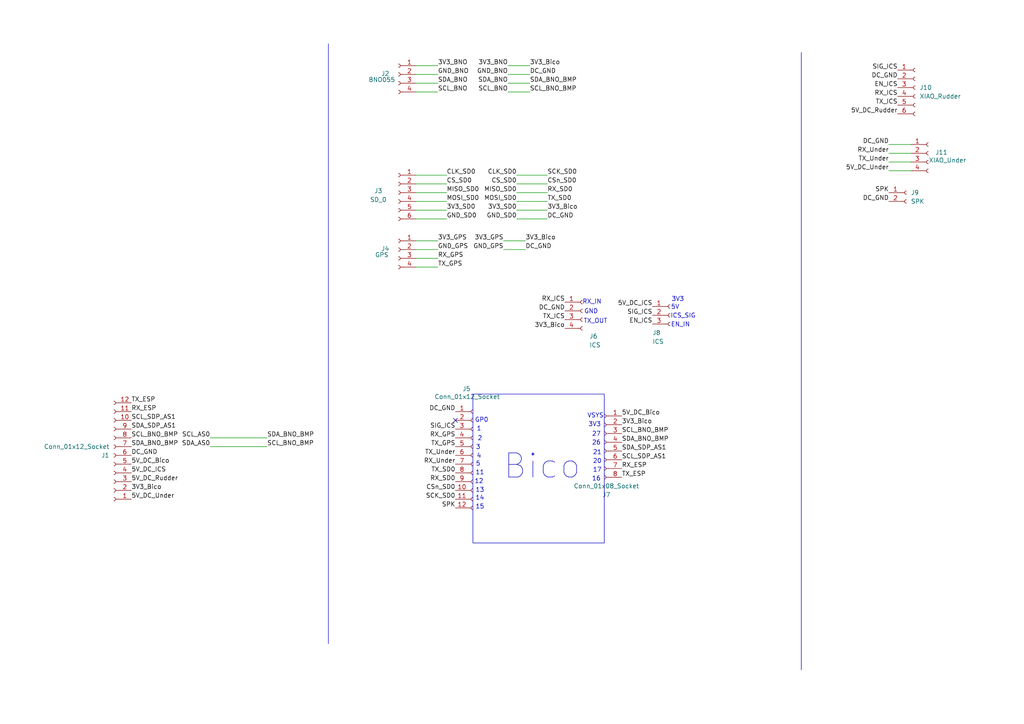
<source format=kicad_sch>
(kicad_sch
	(version 20250114)
	(generator "eeschema")
	(generator_version "9.0")
	(uuid "ecdcb944-54ea-4e6c-a206-cc53d2130ed6")
	(paper "A4")
	(lib_symbols
		(symbol "Connector:Conn_01x02_Socket"
			(pin_names
				(offset 1.016)
				(hide yes)
			)
			(exclude_from_sim no)
			(in_bom yes)
			(on_board yes)
			(property "Reference" "J"
				(at 0 2.54 0)
				(effects
					(font
						(size 1.27 1.27)
					)
				)
			)
			(property "Value" "Conn_01x02_Socket"
				(at 0 -5.08 0)
				(effects
					(font
						(size 1.27 1.27)
					)
				)
			)
			(property "Footprint" ""
				(at 0 0 0)
				(effects
					(font
						(size 1.27 1.27)
					)
					(hide yes)
				)
			)
			(property "Datasheet" "~"
				(at 0 0 0)
				(effects
					(font
						(size 1.27 1.27)
					)
					(hide yes)
				)
			)
			(property "Description" "Generic connector, single row, 01x02, script generated"
				(at 0 0 0)
				(effects
					(font
						(size 1.27 1.27)
					)
					(hide yes)
				)
			)
			(property "ki_locked" ""
				(at 0 0 0)
				(effects
					(font
						(size 1.27 1.27)
					)
				)
			)
			(property "ki_keywords" "connector"
				(at 0 0 0)
				(effects
					(font
						(size 1.27 1.27)
					)
					(hide yes)
				)
			)
			(property "ki_fp_filters" "Connector*:*_1x??_*"
				(at 0 0 0)
				(effects
					(font
						(size 1.27 1.27)
					)
					(hide yes)
				)
			)
			(symbol "Conn_01x02_Socket_1_1"
				(polyline
					(pts
						(xy -1.27 0) (xy -0.508 0)
					)
					(stroke
						(width 0.1524)
						(type default)
					)
					(fill
						(type none)
					)
				)
				(polyline
					(pts
						(xy -1.27 -2.54) (xy -0.508 -2.54)
					)
					(stroke
						(width 0.1524)
						(type default)
					)
					(fill
						(type none)
					)
				)
				(arc
					(start 0 -0.508)
					(mid -0.5058 0)
					(end 0 0.508)
					(stroke
						(width 0.1524)
						(type default)
					)
					(fill
						(type none)
					)
				)
				(arc
					(start 0 -3.048)
					(mid -0.5058 -2.54)
					(end 0 -2.032)
					(stroke
						(width 0.1524)
						(type default)
					)
					(fill
						(type none)
					)
				)
				(pin passive line
					(at -5.08 0 0)
					(length 3.81)
					(name "Pin_1"
						(effects
							(font
								(size 1.27 1.27)
							)
						)
					)
					(number "1"
						(effects
							(font
								(size 1.27 1.27)
							)
						)
					)
				)
				(pin passive line
					(at -5.08 -2.54 0)
					(length 3.81)
					(name "Pin_2"
						(effects
							(font
								(size 1.27 1.27)
							)
						)
					)
					(number "2"
						(effects
							(font
								(size 1.27 1.27)
							)
						)
					)
				)
			)
			(embedded_fonts no)
		)
		(symbol "Connector:Conn_01x03_Socket"
			(pin_names
				(offset 1.016)
				(hide yes)
			)
			(exclude_from_sim no)
			(in_bom yes)
			(on_board yes)
			(property "Reference" "J"
				(at 0 5.08 0)
				(effects
					(font
						(size 1.27 1.27)
					)
				)
			)
			(property "Value" "Conn_01x03_Socket"
				(at 0 -5.08 0)
				(effects
					(font
						(size 1.27 1.27)
					)
				)
			)
			(property "Footprint" ""
				(at 0 0 0)
				(effects
					(font
						(size 1.27 1.27)
					)
					(hide yes)
				)
			)
			(property "Datasheet" "~"
				(at 0 0 0)
				(effects
					(font
						(size 1.27 1.27)
					)
					(hide yes)
				)
			)
			(property "Description" "Generic connector, single row, 01x03, script generated"
				(at 0 0 0)
				(effects
					(font
						(size 1.27 1.27)
					)
					(hide yes)
				)
			)
			(property "ki_locked" ""
				(at 0 0 0)
				(effects
					(font
						(size 1.27 1.27)
					)
				)
			)
			(property "ki_keywords" "connector"
				(at 0 0 0)
				(effects
					(font
						(size 1.27 1.27)
					)
					(hide yes)
				)
			)
			(property "ki_fp_filters" "Connector*:*_1x??_*"
				(at 0 0 0)
				(effects
					(font
						(size 1.27 1.27)
					)
					(hide yes)
				)
			)
			(symbol "Conn_01x03_Socket_1_1"
				(polyline
					(pts
						(xy -1.27 2.54) (xy -0.508 2.54)
					)
					(stroke
						(width 0.1524)
						(type default)
					)
					(fill
						(type none)
					)
				)
				(polyline
					(pts
						(xy -1.27 0) (xy -0.508 0)
					)
					(stroke
						(width 0.1524)
						(type default)
					)
					(fill
						(type none)
					)
				)
				(polyline
					(pts
						(xy -1.27 -2.54) (xy -0.508 -2.54)
					)
					(stroke
						(width 0.1524)
						(type default)
					)
					(fill
						(type none)
					)
				)
				(arc
					(start 0 2.032)
					(mid -0.5058 2.54)
					(end 0 3.048)
					(stroke
						(width 0.1524)
						(type default)
					)
					(fill
						(type none)
					)
				)
				(arc
					(start 0 -0.508)
					(mid -0.5058 0)
					(end 0 0.508)
					(stroke
						(width 0.1524)
						(type default)
					)
					(fill
						(type none)
					)
				)
				(arc
					(start 0 -3.048)
					(mid -0.5058 -2.54)
					(end 0 -2.032)
					(stroke
						(width 0.1524)
						(type default)
					)
					(fill
						(type none)
					)
				)
				(pin passive line
					(at -5.08 2.54 0)
					(length 3.81)
					(name "Pin_1"
						(effects
							(font
								(size 1.27 1.27)
							)
						)
					)
					(number "1"
						(effects
							(font
								(size 1.27 1.27)
							)
						)
					)
				)
				(pin passive line
					(at -5.08 0 0)
					(length 3.81)
					(name "Pin_2"
						(effects
							(font
								(size 1.27 1.27)
							)
						)
					)
					(number "2"
						(effects
							(font
								(size 1.27 1.27)
							)
						)
					)
				)
				(pin passive line
					(at -5.08 -2.54 0)
					(length 3.81)
					(name "Pin_3"
						(effects
							(font
								(size 1.27 1.27)
							)
						)
					)
					(number "3"
						(effects
							(font
								(size 1.27 1.27)
							)
						)
					)
				)
			)
			(embedded_fonts no)
		)
		(symbol "Connector:Conn_01x04_Socket"
			(pin_names
				(offset 1.016)
				(hide yes)
			)
			(exclude_from_sim no)
			(in_bom yes)
			(on_board yes)
			(property "Reference" "J"
				(at 0 5.08 0)
				(effects
					(font
						(size 1.27 1.27)
					)
				)
			)
			(property "Value" "Conn_01x04_Socket"
				(at 0 -7.62 0)
				(effects
					(font
						(size 1.27 1.27)
					)
				)
			)
			(property "Footprint" ""
				(at 0 0 0)
				(effects
					(font
						(size 1.27 1.27)
					)
					(hide yes)
				)
			)
			(property "Datasheet" "~"
				(at 0 0 0)
				(effects
					(font
						(size 1.27 1.27)
					)
					(hide yes)
				)
			)
			(property "Description" "Generic connector, single row, 01x04, script generated"
				(at 0 0 0)
				(effects
					(font
						(size 1.27 1.27)
					)
					(hide yes)
				)
			)
			(property "ki_locked" ""
				(at 0 0 0)
				(effects
					(font
						(size 1.27 1.27)
					)
				)
			)
			(property "ki_keywords" "connector"
				(at 0 0 0)
				(effects
					(font
						(size 1.27 1.27)
					)
					(hide yes)
				)
			)
			(property "ki_fp_filters" "Connector*:*_1x??_*"
				(at 0 0 0)
				(effects
					(font
						(size 1.27 1.27)
					)
					(hide yes)
				)
			)
			(symbol "Conn_01x04_Socket_1_1"
				(polyline
					(pts
						(xy -1.27 2.54) (xy -0.508 2.54)
					)
					(stroke
						(width 0.1524)
						(type default)
					)
					(fill
						(type none)
					)
				)
				(polyline
					(pts
						(xy -1.27 0) (xy -0.508 0)
					)
					(stroke
						(width 0.1524)
						(type default)
					)
					(fill
						(type none)
					)
				)
				(polyline
					(pts
						(xy -1.27 -2.54) (xy -0.508 -2.54)
					)
					(stroke
						(width 0.1524)
						(type default)
					)
					(fill
						(type none)
					)
				)
				(polyline
					(pts
						(xy -1.27 -5.08) (xy -0.508 -5.08)
					)
					(stroke
						(width 0.1524)
						(type default)
					)
					(fill
						(type none)
					)
				)
				(arc
					(start 0 2.032)
					(mid -0.5058 2.54)
					(end 0 3.048)
					(stroke
						(width 0.1524)
						(type default)
					)
					(fill
						(type none)
					)
				)
				(arc
					(start 0 -0.508)
					(mid -0.5058 0)
					(end 0 0.508)
					(stroke
						(width 0.1524)
						(type default)
					)
					(fill
						(type none)
					)
				)
				(arc
					(start 0 -3.048)
					(mid -0.5058 -2.54)
					(end 0 -2.032)
					(stroke
						(width 0.1524)
						(type default)
					)
					(fill
						(type none)
					)
				)
				(arc
					(start 0 -5.588)
					(mid -0.5058 -5.08)
					(end 0 -4.572)
					(stroke
						(width 0.1524)
						(type default)
					)
					(fill
						(type none)
					)
				)
				(pin passive line
					(at -5.08 2.54 0)
					(length 3.81)
					(name "Pin_1"
						(effects
							(font
								(size 1.27 1.27)
							)
						)
					)
					(number "1"
						(effects
							(font
								(size 1.27 1.27)
							)
						)
					)
				)
				(pin passive line
					(at -5.08 0 0)
					(length 3.81)
					(name "Pin_2"
						(effects
							(font
								(size 1.27 1.27)
							)
						)
					)
					(number "2"
						(effects
							(font
								(size 1.27 1.27)
							)
						)
					)
				)
				(pin passive line
					(at -5.08 -2.54 0)
					(length 3.81)
					(name "Pin_3"
						(effects
							(font
								(size 1.27 1.27)
							)
						)
					)
					(number "3"
						(effects
							(font
								(size 1.27 1.27)
							)
						)
					)
				)
				(pin passive line
					(at -5.08 -5.08 0)
					(length 3.81)
					(name "Pin_4"
						(effects
							(font
								(size 1.27 1.27)
							)
						)
					)
					(number "4"
						(effects
							(font
								(size 1.27 1.27)
							)
						)
					)
				)
			)
			(embedded_fonts no)
		)
		(symbol "Connector:Conn_01x06_Socket"
			(pin_names
				(offset 1.016)
				(hide yes)
			)
			(exclude_from_sim no)
			(in_bom yes)
			(on_board yes)
			(property "Reference" "J"
				(at 0 7.62 0)
				(effects
					(font
						(size 1.27 1.27)
					)
				)
			)
			(property "Value" "Conn_01x06_Socket"
				(at 0 -10.16 0)
				(effects
					(font
						(size 1.27 1.27)
					)
				)
			)
			(property "Footprint" ""
				(at 0 0 0)
				(effects
					(font
						(size 1.27 1.27)
					)
					(hide yes)
				)
			)
			(property "Datasheet" "~"
				(at 0 0 0)
				(effects
					(font
						(size 1.27 1.27)
					)
					(hide yes)
				)
			)
			(property "Description" "Generic connector, single row, 01x06, script generated"
				(at 0 0 0)
				(effects
					(font
						(size 1.27 1.27)
					)
					(hide yes)
				)
			)
			(property "ki_locked" ""
				(at 0 0 0)
				(effects
					(font
						(size 1.27 1.27)
					)
				)
			)
			(property "ki_keywords" "connector"
				(at 0 0 0)
				(effects
					(font
						(size 1.27 1.27)
					)
					(hide yes)
				)
			)
			(property "ki_fp_filters" "Connector*:*_1x??_*"
				(at 0 0 0)
				(effects
					(font
						(size 1.27 1.27)
					)
					(hide yes)
				)
			)
			(symbol "Conn_01x06_Socket_1_1"
				(polyline
					(pts
						(xy -1.27 5.08) (xy -0.508 5.08)
					)
					(stroke
						(width 0.1524)
						(type default)
					)
					(fill
						(type none)
					)
				)
				(polyline
					(pts
						(xy -1.27 2.54) (xy -0.508 2.54)
					)
					(stroke
						(width 0.1524)
						(type default)
					)
					(fill
						(type none)
					)
				)
				(polyline
					(pts
						(xy -1.27 0) (xy -0.508 0)
					)
					(stroke
						(width 0.1524)
						(type default)
					)
					(fill
						(type none)
					)
				)
				(polyline
					(pts
						(xy -1.27 -2.54) (xy -0.508 -2.54)
					)
					(stroke
						(width 0.1524)
						(type default)
					)
					(fill
						(type none)
					)
				)
				(polyline
					(pts
						(xy -1.27 -5.08) (xy -0.508 -5.08)
					)
					(stroke
						(width 0.1524)
						(type default)
					)
					(fill
						(type none)
					)
				)
				(polyline
					(pts
						(xy -1.27 -7.62) (xy -0.508 -7.62)
					)
					(stroke
						(width 0.1524)
						(type default)
					)
					(fill
						(type none)
					)
				)
				(arc
					(start 0 4.572)
					(mid -0.5058 5.08)
					(end 0 5.588)
					(stroke
						(width 0.1524)
						(type default)
					)
					(fill
						(type none)
					)
				)
				(arc
					(start 0 2.032)
					(mid -0.5058 2.54)
					(end 0 3.048)
					(stroke
						(width 0.1524)
						(type default)
					)
					(fill
						(type none)
					)
				)
				(arc
					(start 0 -0.508)
					(mid -0.5058 0)
					(end 0 0.508)
					(stroke
						(width 0.1524)
						(type default)
					)
					(fill
						(type none)
					)
				)
				(arc
					(start 0 -3.048)
					(mid -0.5058 -2.54)
					(end 0 -2.032)
					(stroke
						(width 0.1524)
						(type default)
					)
					(fill
						(type none)
					)
				)
				(arc
					(start 0 -5.588)
					(mid -0.5058 -5.08)
					(end 0 -4.572)
					(stroke
						(width 0.1524)
						(type default)
					)
					(fill
						(type none)
					)
				)
				(arc
					(start 0 -8.128)
					(mid -0.5058 -7.62)
					(end 0 -7.112)
					(stroke
						(width 0.1524)
						(type default)
					)
					(fill
						(type none)
					)
				)
				(pin passive line
					(at -5.08 5.08 0)
					(length 3.81)
					(name "Pin_1"
						(effects
							(font
								(size 1.27 1.27)
							)
						)
					)
					(number "1"
						(effects
							(font
								(size 1.27 1.27)
							)
						)
					)
				)
				(pin passive line
					(at -5.08 2.54 0)
					(length 3.81)
					(name "Pin_2"
						(effects
							(font
								(size 1.27 1.27)
							)
						)
					)
					(number "2"
						(effects
							(font
								(size 1.27 1.27)
							)
						)
					)
				)
				(pin passive line
					(at -5.08 0 0)
					(length 3.81)
					(name "Pin_3"
						(effects
							(font
								(size 1.27 1.27)
							)
						)
					)
					(number "3"
						(effects
							(font
								(size 1.27 1.27)
							)
						)
					)
				)
				(pin passive line
					(at -5.08 -2.54 0)
					(length 3.81)
					(name "Pin_4"
						(effects
							(font
								(size 1.27 1.27)
							)
						)
					)
					(number "4"
						(effects
							(font
								(size 1.27 1.27)
							)
						)
					)
				)
				(pin passive line
					(at -5.08 -5.08 0)
					(length 3.81)
					(name "Pin_5"
						(effects
							(font
								(size 1.27 1.27)
							)
						)
					)
					(number "5"
						(effects
							(font
								(size 1.27 1.27)
							)
						)
					)
				)
				(pin passive line
					(at -5.08 -7.62 0)
					(length 3.81)
					(name "Pin_6"
						(effects
							(font
								(size 1.27 1.27)
							)
						)
					)
					(number "6"
						(effects
							(font
								(size 1.27 1.27)
							)
						)
					)
				)
			)
			(embedded_fonts no)
		)
		(symbol "Connector:Conn_01x08_Socket"
			(pin_names
				(offset 1.016)
				(hide yes)
			)
			(exclude_from_sim no)
			(in_bom yes)
			(on_board yes)
			(property "Reference" "J"
				(at 0 10.16 0)
				(effects
					(font
						(size 1.27 1.27)
					)
				)
			)
			(property "Value" "Conn_01x08_Socket"
				(at 0 -12.7 0)
				(effects
					(font
						(size 1.27 1.27)
					)
				)
			)
			(property "Footprint" ""
				(at 0 0 0)
				(effects
					(font
						(size 1.27 1.27)
					)
					(hide yes)
				)
			)
			(property "Datasheet" "~"
				(at 0 0 0)
				(effects
					(font
						(size 1.27 1.27)
					)
					(hide yes)
				)
			)
			(property "Description" "Generic connector, single row, 01x08, script generated"
				(at 0 0 0)
				(effects
					(font
						(size 1.27 1.27)
					)
					(hide yes)
				)
			)
			(property "ki_locked" ""
				(at 0 0 0)
				(effects
					(font
						(size 1.27 1.27)
					)
				)
			)
			(property "ki_keywords" "connector"
				(at 0 0 0)
				(effects
					(font
						(size 1.27 1.27)
					)
					(hide yes)
				)
			)
			(property "ki_fp_filters" "Connector*:*_1x??_*"
				(at 0 0 0)
				(effects
					(font
						(size 1.27 1.27)
					)
					(hide yes)
				)
			)
			(symbol "Conn_01x08_Socket_1_1"
				(polyline
					(pts
						(xy -1.27 7.62) (xy -0.508 7.62)
					)
					(stroke
						(width 0.1524)
						(type default)
					)
					(fill
						(type none)
					)
				)
				(polyline
					(pts
						(xy -1.27 5.08) (xy -0.508 5.08)
					)
					(stroke
						(width 0.1524)
						(type default)
					)
					(fill
						(type none)
					)
				)
				(polyline
					(pts
						(xy -1.27 2.54) (xy -0.508 2.54)
					)
					(stroke
						(width 0.1524)
						(type default)
					)
					(fill
						(type none)
					)
				)
				(polyline
					(pts
						(xy -1.27 0) (xy -0.508 0)
					)
					(stroke
						(width 0.1524)
						(type default)
					)
					(fill
						(type none)
					)
				)
				(polyline
					(pts
						(xy -1.27 -2.54) (xy -0.508 -2.54)
					)
					(stroke
						(width 0.1524)
						(type default)
					)
					(fill
						(type none)
					)
				)
				(polyline
					(pts
						(xy -1.27 -5.08) (xy -0.508 -5.08)
					)
					(stroke
						(width 0.1524)
						(type default)
					)
					(fill
						(type none)
					)
				)
				(polyline
					(pts
						(xy -1.27 -7.62) (xy -0.508 -7.62)
					)
					(stroke
						(width 0.1524)
						(type default)
					)
					(fill
						(type none)
					)
				)
				(polyline
					(pts
						(xy -1.27 -10.16) (xy -0.508 -10.16)
					)
					(stroke
						(width 0.1524)
						(type default)
					)
					(fill
						(type none)
					)
				)
				(arc
					(start 0 7.112)
					(mid -0.5058 7.62)
					(end 0 8.128)
					(stroke
						(width 0.1524)
						(type default)
					)
					(fill
						(type none)
					)
				)
				(arc
					(start 0 4.572)
					(mid -0.5058 5.08)
					(end 0 5.588)
					(stroke
						(width 0.1524)
						(type default)
					)
					(fill
						(type none)
					)
				)
				(arc
					(start 0 2.032)
					(mid -0.5058 2.54)
					(end 0 3.048)
					(stroke
						(width 0.1524)
						(type default)
					)
					(fill
						(type none)
					)
				)
				(arc
					(start 0 -0.508)
					(mid -0.5058 0)
					(end 0 0.508)
					(stroke
						(width 0.1524)
						(type default)
					)
					(fill
						(type none)
					)
				)
				(arc
					(start 0 -3.048)
					(mid -0.5058 -2.54)
					(end 0 -2.032)
					(stroke
						(width 0.1524)
						(type default)
					)
					(fill
						(type none)
					)
				)
				(arc
					(start 0 -5.588)
					(mid -0.5058 -5.08)
					(end 0 -4.572)
					(stroke
						(width 0.1524)
						(type default)
					)
					(fill
						(type none)
					)
				)
				(arc
					(start 0 -8.128)
					(mid -0.5058 -7.62)
					(end 0 -7.112)
					(stroke
						(width 0.1524)
						(type default)
					)
					(fill
						(type none)
					)
				)
				(arc
					(start 0 -10.668)
					(mid -0.5058 -10.16)
					(end 0 -9.652)
					(stroke
						(width 0.1524)
						(type default)
					)
					(fill
						(type none)
					)
				)
				(pin passive line
					(at -5.08 7.62 0)
					(length 3.81)
					(name "Pin_1"
						(effects
							(font
								(size 1.27 1.27)
							)
						)
					)
					(number "1"
						(effects
							(font
								(size 1.27 1.27)
							)
						)
					)
				)
				(pin passive line
					(at -5.08 5.08 0)
					(length 3.81)
					(name "Pin_2"
						(effects
							(font
								(size 1.27 1.27)
							)
						)
					)
					(number "2"
						(effects
							(font
								(size 1.27 1.27)
							)
						)
					)
				)
				(pin passive line
					(at -5.08 2.54 0)
					(length 3.81)
					(name "Pin_3"
						(effects
							(font
								(size 1.27 1.27)
							)
						)
					)
					(number "3"
						(effects
							(font
								(size 1.27 1.27)
							)
						)
					)
				)
				(pin passive line
					(at -5.08 0 0)
					(length 3.81)
					(name "Pin_4"
						(effects
							(font
								(size 1.27 1.27)
							)
						)
					)
					(number "4"
						(effects
							(font
								(size 1.27 1.27)
							)
						)
					)
				)
				(pin passive line
					(at -5.08 -2.54 0)
					(length 3.81)
					(name "Pin_5"
						(effects
							(font
								(size 1.27 1.27)
							)
						)
					)
					(number "5"
						(effects
							(font
								(size 1.27 1.27)
							)
						)
					)
				)
				(pin passive line
					(at -5.08 -5.08 0)
					(length 3.81)
					(name "Pin_6"
						(effects
							(font
								(size 1.27 1.27)
							)
						)
					)
					(number "6"
						(effects
							(font
								(size 1.27 1.27)
							)
						)
					)
				)
				(pin passive line
					(at -5.08 -7.62 0)
					(length 3.81)
					(name "Pin_7"
						(effects
							(font
								(size 1.27 1.27)
							)
						)
					)
					(number "7"
						(effects
							(font
								(size 1.27 1.27)
							)
						)
					)
				)
				(pin passive line
					(at -5.08 -10.16 0)
					(length 3.81)
					(name "Pin_8"
						(effects
							(font
								(size 1.27 1.27)
							)
						)
					)
					(number "8"
						(effects
							(font
								(size 1.27 1.27)
							)
						)
					)
				)
			)
			(embedded_fonts no)
		)
		(symbol "Connector:Conn_01x12_Socket"
			(pin_names
				(offset 1.016)
				(hide yes)
			)
			(exclude_from_sim no)
			(in_bom yes)
			(on_board yes)
			(property "Reference" "J"
				(at 0 15.24 0)
				(effects
					(font
						(size 1.27 1.27)
					)
				)
			)
			(property "Value" "Conn_01x12_Socket"
				(at 0 -17.78 0)
				(effects
					(font
						(size 1.27 1.27)
					)
				)
			)
			(property "Footprint" ""
				(at 0 0 0)
				(effects
					(font
						(size 1.27 1.27)
					)
					(hide yes)
				)
			)
			(property "Datasheet" "~"
				(at 0 0 0)
				(effects
					(font
						(size 1.27 1.27)
					)
					(hide yes)
				)
			)
			(property "Description" "Generic connector, single row, 01x12, script generated"
				(at 0 0 0)
				(effects
					(font
						(size 1.27 1.27)
					)
					(hide yes)
				)
			)
			(property "ki_locked" ""
				(at 0 0 0)
				(effects
					(font
						(size 1.27 1.27)
					)
				)
			)
			(property "ki_keywords" "connector"
				(at 0 0 0)
				(effects
					(font
						(size 1.27 1.27)
					)
					(hide yes)
				)
			)
			(property "ki_fp_filters" "Connector*:*_1x??_*"
				(at 0 0 0)
				(effects
					(font
						(size 1.27 1.27)
					)
					(hide yes)
				)
			)
			(symbol "Conn_01x12_Socket_1_1"
				(polyline
					(pts
						(xy -1.27 12.7) (xy -0.508 12.7)
					)
					(stroke
						(width 0.1524)
						(type default)
					)
					(fill
						(type none)
					)
				)
				(polyline
					(pts
						(xy -1.27 10.16) (xy -0.508 10.16)
					)
					(stroke
						(width 0.1524)
						(type default)
					)
					(fill
						(type none)
					)
				)
				(polyline
					(pts
						(xy -1.27 7.62) (xy -0.508 7.62)
					)
					(stroke
						(width 0.1524)
						(type default)
					)
					(fill
						(type none)
					)
				)
				(polyline
					(pts
						(xy -1.27 5.08) (xy -0.508 5.08)
					)
					(stroke
						(width 0.1524)
						(type default)
					)
					(fill
						(type none)
					)
				)
				(polyline
					(pts
						(xy -1.27 2.54) (xy -0.508 2.54)
					)
					(stroke
						(width 0.1524)
						(type default)
					)
					(fill
						(type none)
					)
				)
				(polyline
					(pts
						(xy -1.27 0) (xy -0.508 0)
					)
					(stroke
						(width 0.1524)
						(type default)
					)
					(fill
						(type none)
					)
				)
				(polyline
					(pts
						(xy -1.27 -2.54) (xy -0.508 -2.54)
					)
					(stroke
						(width 0.1524)
						(type default)
					)
					(fill
						(type none)
					)
				)
				(polyline
					(pts
						(xy -1.27 -5.08) (xy -0.508 -5.08)
					)
					(stroke
						(width 0.1524)
						(type default)
					)
					(fill
						(type none)
					)
				)
				(polyline
					(pts
						(xy -1.27 -7.62) (xy -0.508 -7.62)
					)
					(stroke
						(width 0.1524)
						(type default)
					)
					(fill
						(type none)
					)
				)
				(polyline
					(pts
						(xy -1.27 -10.16) (xy -0.508 -10.16)
					)
					(stroke
						(width 0.1524)
						(type default)
					)
					(fill
						(type none)
					)
				)
				(polyline
					(pts
						(xy -1.27 -12.7) (xy -0.508 -12.7)
					)
					(stroke
						(width 0.1524)
						(type default)
					)
					(fill
						(type none)
					)
				)
				(polyline
					(pts
						(xy -1.27 -15.24) (xy -0.508 -15.24)
					)
					(stroke
						(width 0.1524)
						(type default)
					)
					(fill
						(type none)
					)
				)
				(arc
					(start 0 12.192)
					(mid -0.5058 12.7)
					(end 0 13.208)
					(stroke
						(width 0.1524)
						(type default)
					)
					(fill
						(type none)
					)
				)
				(arc
					(start 0 9.652)
					(mid -0.5058 10.16)
					(end 0 10.668)
					(stroke
						(width 0.1524)
						(type default)
					)
					(fill
						(type none)
					)
				)
				(arc
					(start 0 7.112)
					(mid -0.5058 7.62)
					(end 0 8.128)
					(stroke
						(width 0.1524)
						(type default)
					)
					(fill
						(type none)
					)
				)
				(arc
					(start 0 4.572)
					(mid -0.5058 5.08)
					(end 0 5.588)
					(stroke
						(width 0.1524)
						(type default)
					)
					(fill
						(type none)
					)
				)
				(arc
					(start 0 2.032)
					(mid -0.5058 2.54)
					(end 0 3.048)
					(stroke
						(width 0.1524)
						(type default)
					)
					(fill
						(type none)
					)
				)
				(arc
					(start 0 -0.508)
					(mid -0.5058 0)
					(end 0 0.508)
					(stroke
						(width 0.1524)
						(type default)
					)
					(fill
						(type none)
					)
				)
				(arc
					(start 0 -3.048)
					(mid -0.5058 -2.54)
					(end 0 -2.032)
					(stroke
						(width 0.1524)
						(type default)
					)
					(fill
						(type none)
					)
				)
				(arc
					(start 0 -5.588)
					(mid -0.5058 -5.08)
					(end 0 -4.572)
					(stroke
						(width 0.1524)
						(type default)
					)
					(fill
						(type none)
					)
				)
				(arc
					(start 0 -8.128)
					(mid -0.5058 -7.62)
					(end 0 -7.112)
					(stroke
						(width 0.1524)
						(type default)
					)
					(fill
						(type none)
					)
				)
				(arc
					(start 0 -10.668)
					(mid -0.5058 -10.16)
					(end 0 -9.652)
					(stroke
						(width 0.1524)
						(type default)
					)
					(fill
						(type none)
					)
				)
				(arc
					(start 0 -13.208)
					(mid -0.5058 -12.7)
					(end 0 -12.192)
					(stroke
						(width 0.1524)
						(type default)
					)
					(fill
						(type none)
					)
				)
				(arc
					(start 0 -15.748)
					(mid -0.5058 -15.24)
					(end 0 -14.732)
					(stroke
						(width 0.1524)
						(type default)
					)
					(fill
						(type none)
					)
				)
				(pin passive line
					(at -5.08 12.7 0)
					(length 3.81)
					(name "Pin_1"
						(effects
							(font
								(size 1.27 1.27)
							)
						)
					)
					(number "1"
						(effects
							(font
								(size 1.27 1.27)
							)
						)
					)
				)
				(pin passive line
					(at -5.08 10.16 0)
					(length 3.81)
					(name "Pin_2"
						(effects
							(font
								(size 1.27 1.27)
							)
						)
					)
					(number "2"
						(effects
							(font
								(size 1.27 1.27)
							)
						)
					)
				)
				(pin passive line
					(at -5.08 7.62 0)
					(length 3.81)
					(name "Pin_3"
						(effects
							(font
								(size 1.27 1.27)
							)
						)
					)
					(number "3"
						(effects
							(font
								(size 1.27 1.27)
							)
						)
					)
				)
				(pin passive line
					(at -5.08 5.08 0)
					(length 3.81)
					(name "Pin_4"
						(effects
							(font
								(size 1.27 1.27)
							)
						)
					)
					(number "4"
						(effects
							(font
								(size 1.27 1.27)
							)
						)
					)
				)
				(pin passive line
					(at -5.08 2.54 0)
					(length 3.81)
					(name "Pin_5"
						(effects
							(font
								(size 1.27 1.27)
							)
						)
					)
					(number "5"
						(effects
							(font
								(size 1.27 1.27)
							)
						)
					)
				)
				(pin passive line
					(at -5.08 0 0)
					(length 3.81)
					(name "Pin_6"
						(effects
							(font
								(size 1.27 1.27)
							)
						)
					)
					(number "6"
						(effects
							(font
								(size 1.27 1.27)
							)
						)
					)
				)
				(pin passive line
					(at -5.08 -2.54 0)
					(length 3.81)
					(name "Pin_7"
						(effects
							(font
								(size 1.27 1.27)
							)
						)
					)
					(number "7"
						(effects
							(font
								(size 1.27 1.27)
							)
						)
					)
				)
				(pin passive line
					(at -5.08 -5.08 0)
					(length 3.81)
					(name "Pin_8"
						(effects
							(font
								(size 1.27 1.27)
							)
						)
					)
					(number "8"
						(effects
							(font
								(size 1.27 1.27)
							)
						)
					)
				)
				(pin passive line
					(at -5.08 -7.62 0)
					(length 3.81)
					(name "Pin_9"
						(effects
							(font
								(size 1.27 1.27)
							)
						)
					)
					(number "9"
						(effects
							(font
								(size 1.27 1.27)
							)
						)
					)
				)
				(pin passive line
					(at -5.08 -10.16 0)
					(length 3.81)
					(name "Pin_10"
						(effects
							(font
								(size 1.27 1.27)
							)
						)
					)
					(number "10"
						(effects
							(font
								(size 1.27 1.27)
							)
						)
					)
				)
				(pin passive line
					(at -5.08 -12.7 0)
					(length 3.81)
					(name "Pin_11"
						(effects
							(font
								(size 1.27 1.27)
							)
						)
					)
					(number "11"
						(effects
							(font
								(size 1.27 1.27)
							)
						)
					)
				)
				(pin passive line
					(at -5.08 -15.24 0)
					(length 3.81)
					(name "Pin_12"
						(effects
							(font
								(size 1.27 1.27)
							)
						)
					)
					(number "12"
						(effects
							(font
								(size 1.27 1.27)
							)
						)
					)
				)
			)
			(embedded_fonts no)
		)
	)
	(rectangle
		(start 137.16 114.3)
		(end 175.26 157.48)
		(stroke
			(width 0)
			(type default)
		)
		(fill
			(type none)
		)
		(uuid c5b4a4f4-fcd3-40f4-8283-b6f4ccec69a5)
	)
	(text "GP0"
		(exclude_from_sim no)
		(at 139.7 121.92 0)
		(effects
			(font
				(size 1.27 1.27)
			)
		)
		(uuid "0ca9e805-953d-46e2-b5e6-8ba6c26d86d9")
	)
	(text "5V"
		(exclude_from_sim no)
		(at 195.834 89.154 0)
		(effects
			(font
				(size 1.27 1.27)
			)
		)
		(uuid "119543b4-a222-4d4c-b8b1-a25922b799e3")
	)
	(text "15"
		(exclude_from_sim no)
		(at 139.192 147.066 0)
		(effects
			(font
				(size 1.27 1.27)
			)
		)
		(uuid "22cbbc2f-3011-4045-bab4-a6642e4291ad")
	)
	(text "3V3"
		(exclude_from_sim no)
		(at 172.466 123.19 0)
		(effects
			(font
				(size 1.27 1.27)
			)
		)
		(uuid "232bb666-d583-4d18-ad8f-d3f0c5594b06")
	)
	(text "14"
		(exclude_from_sim no)
		(at 139.192 144.526 0)
		(effects
			(font
				(size 1.27 1.27)
			)
		)
		(uuid "271d77c4-c389-40e6-8851-a0ede7d82e06")
	)
	(text "TX_OUT"
		(exclude_from_sim no)
		(at 172.72 93.218 0)
		(effects
			(font
				(size 1.27 1.27)
			)
		)
		(uuid "3e4a10be-9c86-4f53-8939-8f389e5ef19c")
	)
	(text "1"
		(exclude_from_sim no)
		(at 138.938 124.46 0)
		(effects
			(font
				(size 1.27 1.27)
			)
		)
		(uuid "40563b88-5905-410f-820d-50bd56ca69c3")
	)
	(text "EN_IN"
		(exclude_from_sim no)
		(at 197.358 94.234 0)
		(effects
			(font
				(size 1.27 1.27)
			)
		)
		(uuid "480d0cfe-81c4-4c16-b707-245d18018f15")
	)
	(text "GND"
		(exclude_from_sim no)
		(at 171.45 90.424 0)
		(effects
			(font
				(size 1.27 1.27)
			)
		)
		(uuid "55751720-b129-461c-bcf5-f241c7c11c21")
	)
	(text "17"
		(exclude_from_sim no)
		(at 173.228 136.398 0)
		(effects
			(font
				(size 1.27 1.27)
			)
		)
		(uuid "68d1463e-9f1d-4f08-ba54-d8a7fbe63198")
	)
	(text "VSYS"
		(exclude_from_sim no)
		(at 172.72 120.65 0)
		(effects
			(font
				(size 1.27 1.27)
			)
		)
		(uuid "69d0e92d-32e7-4519-a7a6-e01ece95d085")
	)
	(text "RX_IN"
		(exclude_from_sim no)
		(at 171.704 87.63 0)
		(effects
			(font
				(size 1.27 1.27)
			)
		)
		(uuid "6e3fb7aa-a698-458f-b62a-5906804c23e0")
	)
	(text "27"
		(exclude_from_sim no)
		(at 172.974 125.984 0)
		(effects
			(font
				(size 1.27 1.27)
			)
		)
		(uuid "78457a8c-bf26-44f2-a1b4-0814ca848862")
	)
	(text "11"
		(exclude_from_sim no)
		(at 139.192 137.16 0)
		(effects
			(font
				(size 1.27 1.27)
			)
		)
		(uuid "8238cf5e-7c32-4567-9dac-ada4312a4dd1")
	)
	(text "3V3"
		(exclude_from_sim no)
		(at 196.596 86.868 0)
		(effects
			(font
				(size 1.27 1.27)
			)
		)
		(uuid "825956f9-59e8-4be9-b42d-0212e24e3c77")
	)
	(text "3"
		(exclude_from_sim no)
		(at 138.684 129.794 0)
		(effects
			(font
				(size 1.27 1.27)
			)
		)
		(uuid "83bdb9fc-ab39-4479-9a39-0dd55d4f4e98")
	)
	(text "16"
		(exclude_from_sim no)
		(at 172.974 138.938 0)
		(effects
			(font
				(size 1.27 1.27)
			)
		)
		(uuid "96bd2d47-0afc-4c85-ac55-a5d43d0f6a28")
	)
	(text "Bico"
		(exclude_from_sim no)
		(at 157.226 135.382 0)
		(effects
			(font
				(size 7 7)
			)
		)
		(uuid "a4673131-e829-48e7-8df0-1b334307d7ea")
	)
	(text "12"
		(exclude_from_sim no)
		(at 138.938 139.7 0)
		(effects
			(font
				(size 1.27 1.27)
			)
		)
		(uuid "a4fdb0ce-cb57-4d05-a7ab-7fe0c29ec577")
	)
	(text "26"
		(exclude_from_sim no)
		(at 172.974 128.524 0)
		(effects
			(font
				(size 1.27 1.27)
			)
		)
		(uuid "affff6a3-f0a3-446d-9560-f7b36145ea4f")
	)
	(text "13"
		(exclude_from_sim no)
		(at 139.192 142.24 0)
		(effects
			(font
				(size 1.27 1.27)
			)
		)
		(uuid "b3797272-4ea1-438f-ad0e-f6641741340c")
	)
	(text "4"
		(exclude_from_sim no)
		(at 138.938 132.334 0)
		(effects
			(font
				(size 1.27 1.27)
			)
		)
		(uuid "b54d3aea-0ebd-4bce-a598-961a1379f52b")
	)
	(text "5"
		(exclude_from_sim no)
		(at 138.684 134.62 0)
		(effects
			(font
				(size 1.27 1.27)
			)
		)
		(uuid "bef43c76-a47d-4192-aff0-749b7baeffa7")
	)
	(text "2"
		(exclude_from_sim no)
		(at 139.192 127.254 0)
		(effects
			(font
				(size 1.27 1.27)
			)
		)
		(uuid "cbf7e5dd-ce44-497c-aedd-16c11d536b35")
	)
	(text "ICS_SIG"
		(exclude_from_sim no)
		(at 198.12 91.694 0)
		(effects
			(font
				(size 1.27 1.27)
			)
		)
		(uuid "dc8d22b0-e683-4e3b-8aa1-d72bc7749266")
	)
	(text "20"
		(exclude_from_sim no)
		(at 173.228 133.858 0)
		(effects
			(font
				(size 1.27 1.27)
			)
		)
		(uuid "e8b70a21-b6ad-4fa8-adc8-d0a2790cf7ab")
	)
	(text "21"
		(exclude_from_sim no)
		(at 173.228 131.318 0)
		(effects
			(font
				(size 1.27 1.27)
			)
		)
		(uuid "ff5bc4fb-b2e4-4514-9e42-5901eb9c1294")
	)
	(no_connect
		(at 132.08 121.92)
		(uuid "a7327018-ddf3-4ee0-a38c-076b73b3fd45")
	)
	(wire
		(pts
			(xy 257.81 46.99) (xy 264.16 46.99)
		)
		(stroke
			(width 0)
			(type default)
		)
		(uuid "015daff0-9be4-4fa3-b9ee-516734a6e813")
	)
	(wire
		(pts
			(xy 120.65 26.67) (xy 127 26.67)
		)
		(stroke
			(width 0)
			(type default)
		)
		(uuid "0779c316-269b-4687-aef0-67da85530664")
	)
	(wire
		(pts
			(xy 120.65 63.5) (xy 129.54 63.5)
		)
		(stroke
			(width 0)
			(type default)
		)
		(uuid "087ab8e2-41a9-4aae-9e54-919bf50c3405")
	)
	(wire
		(pts
			(xy 152.4 69.85) (xy 146.05 69.85)
		)
		(stroke
			(width 0)
			(type default)
		)
		(uuid "0b3d0873-fa26-415f-84fa-f81419b0078f")
	)
	(wire
		(pts
			(xy 120.65 55.88) (xy 129.54 55.88)
		)
		(stroke
			(width 0)
			(type default)
		)
		(uuid "18195cfc-fa2b-4127-bcf9-fabb13ca11c9")
	)
	(wire
		(pts
			(xy 153.67 24.13) (xy 147.32 24.13)
		)
		(stroke
			(width 0)
			(type default)
		)
		(uuid "1a5f7baf-3488-4257-9e5a-82b2f4d7c3ab")
	)
	(wire
		(pts
			(xy 158.75 53.34) (xy 149.86 53.34)
		)
		(stroke
			(width 0)
			(type default)
		)
		(uuid "1c9a9a5b-66e0-46d3-8d32-5d021aa66e8b")
	)
	(wire
		(pts
			(xy 120.65 72.39) (xy 127 72.39)
		)
		(stroke
			(width 0)
			(type default)
		)
		(uuid "2418e719-1d6c-47b8-a5e5-a5b942bec7c6")
	)
	(wire
		(pts
			(xy 120.65 69.85) (xy 127 69.85)
		)
		(stroke
			(width 0)
			(type default)
		)
		(uuid "2703257b-e15b-44db-b132-b6ba5ffa8782")
	)
	(wire
		(pts
			(xy 152.4 72.39) (xy 146.05 72.39)
		)
		(stroke
			(width 0)
			(type default)
		)
		(uuid "2b142fab-788e-4802-85a9-bd76a27592aa")
	)
	(polyline
		(pts
			(xy 95.25 12.7) (xy 95.25 186.69)
		)
		(stroke
			(width 0)
			(type default)
		)
		(uuid "2f50dcc0-9a7f-44a5-8bf5-2223178d1970")
	)
	(wire
		(pts
			(xy 153.67 26.67) (xy 147.32 26.67)
		)
		(stroke
			(width 0)
			(type default)
		)
		(uuid "31156ec8-e07f-4809-80ac-b03696a0164a")
	)
	(wire
		(pts
			(xy 120.65 21.59) (xy 127 21.59)
		)
		(stroke
			(width 0)
			(type default)
		)
		(uuid "3297c78f-b415-46af-8eb8-522b0a6a4cf9")
	)
	(wire
		(pts
			(xy 153.67 19.05) (xy 147.32 19.05)
		)
		(stroke
			(width 0)
			(type default)
		)
		(uuid "39b2a58e-fc4d-4955-8601-dabcf425fee2")
	)
	(wire
		(pts
			(xy 158.75 60.96) (xy 149.86 60.96)
		)
		(stroke
			(width 0)
			(type default)
		)
		(uuid "4514a617-d963-4963-8447-096692b3d376")
	)
	(wire
		(pts
			(xy 257.81 49.53) (xy 264.16 49.53)
		)
		(stroke
			(width 0)
			(type default)
		)
		(uuid "522311f6-d1db-4947-a523-cf051e490823")
	)
	(wire
		(pts
			(xy 149.86 50.8) (xy 158.75 50.8)
		)
		(stroke
			(width 0)
			(type default)
		)
		(uuid "6189d0f7-28ad-4fa1-ba01-c1d03b213952")
	)
	(wire
		(pts
			(xy 120.65 74.93) (xy 127 74.93)
		)
		(stroke
			(width 0)
			(type default)
		)
		(uuid "67b0a790-c229-4f11-99c3-1316d15847da")
	)
	(wire
		(pts
			(xy 153.67 21.59) (xy 147.32 21.59)
		)
		(stroke
			(width 0)
			(type default)
		)
		(uuid "6eb8dce3-7c93-4c8e-94bd-0275bce5a899")
	)
	(wire
		(pts
			(xy 158.75 58.42) (xy 149.86 58.42)
		)
		(stroke
			(width 0)
			(type default)
		)
		(uuid "6fff1d0e-38b7-4bd8-b3d3-129992bda3b0")
	)
	(wire
		(pts
			(xy 158.75 63.5) (xy 149.86 63.5)
		)
		(stroke
			(width 0)
			(type default)
		)
		(uuid "85d270c3-6f33-4106-b94a-2226a8f308f6")
	)
	(wire
		(pts
			(xy 158.75 55.88) (xy 149.86 55.88)
		)
		(stroke
			(width 0)
			(type default)
		)
		(uuid "8837fe94-0156-48a1-ab7a-4a9b9377a5fa")
	)
	(wire
		(pts
			(xy 264.16 41.91) (xy 257.81 41.91)
		)
		(stroke
			(width 0)
			(type default)
		)
		(uuid "88e8a714-4126-494f-bd78-64f84591ad7d")
	)
	(wire
		(pts
			(xy 120.65 58.42) (xy 129.54 58.42)
		)
		(stroke
			(width 0)
			(type default)
		)
		(uuid "99cf6802-17a3-4073-aa7b-c80ec9d18546")
	)
	(polyline
		(pts
			(xy 232.41 15.24) (xy 232.41 194.31)
		)
		(stroke
			(width 0)
			(type default)
		)
		(uuid "a47e0ff1-c4da-40da-9233-efac0637ffa8")
	)
	(wire
		(pts
			(xy 264.16 44.45) (xy 257.81 44.45)
		)
		(stroke
			(width 0)
			(type default)
		)
		(uuid "b502d878-f3b7-4960-a729-fd95e18b66a8")
	)
	(wire
		(pts
			(xy 120.65 50.8) (xy 129.54 50.8)
		)
		(stroke
			(width 0)
			(type default)
		)
		(uuid "c3b8ee61-ea40-4683-94fb-f95bd98c1204")
	)
	(wire
		(pts
			(xy 120.65 24.13) (xy 127 24.13)
		)
		(stroke
			(width 0)
			(type default)
		)
		(uuid "cb5b99f4-227b-428d-bb21-c524f6350611")
	)
	(wire
		(pts
			(xy 120.65 60.96) (xy 129.54 60.96)
		)
		(stroke
			(width 0)
			(type default)
		)
		(uuid "dd14f256-d3d5-42d0-847b-c09e92eec443")
	)
	(wire
		(pts
			(xy 120.65 53.34) (xy 129.54 53.34)
		)
		(stroke
			(width 0)
			(type default)
		)
		(uuid "e4ad41db-837e-4309-a156-98e3b822bc6a")
	)
	(wire
		(pts
			(xy 120.65 77.47) (xy 127 77.47)
		)
		(stroke
			(width 0)
			(type default)
		)
		(uuid "e6dae07c-dac6-4efa-af6d-ccbf1022e45e")
	)
	(wire
		(pts
			(xy 120.65 19.05) (xy 127 19.05)
		)
		(stroke
			(width 0)
			(type default)
		)
		(uuid "f2cb2d7c-eb9d-484c-bc1d-5a87e136fed4")
	)
	(wire
		(pts
			(xy 60.96 127) (xy 77.47 127)
		)
		(stroke
			(width 0)
			(type default)
		)
		(uuid "f68e90ca-4516-4c69-8971-888181e7bc96")
	)
	(wire
		(pts
			(xy 60.96 129.54) (xy 77.47 129.54)
		)
		(stroke
			(width 0)
			(type default)
		)
		(uuid "f709a219-51a2-487d-bd43-3d4773d48049")
	)
	(label "CLK_SD0"
		(at 149.86 50.8 180)
		(effects
			(font
				(size 1.27 1.27)
			)
			(justify right bottom)
		)
		(uuid "053a6c8f-a597-4b0f-962a-76c20c681267")
	)
	(label "DC_GND"
		(at 257.81 58.42 180)
		(effects
			(font
				(size 1.27 1.27)
			)
			(justify right bottom)
		)
		(uuid "0c580ecc-269c-408d-a850-cccb6ce067ad")
	)
	(label "SDA_BNO_BMP"
		(at 180.34 128.27 0)
		(effects
			(font
				(size 1.27 1.27)
			)
			(justify left bottom)
		)
		(uuid "10f1008d-74ba-437a-84a2-1f8993622e9a")
	)
	(label "SPK"
		(at 257.81 55.88 180)
		(effects
			(font
				(size 1.27 1.27)
			)
			(justify right bottom)
		)
		(uuid "14283fc2-d968-42f8-918f-9505bbf792b8")
	)
	(label "RX_SD0"
		(at 132.08 139.7 180)
		(effects
			(font
				(size 1.27 1.27)
			)
			(justify right bottom)
		)
		(uuid "148e1c5c-7d45-45ef-af69-4d8b9f800cb4")
	)
	(label "SDA_BNO_BMP"
		(at 153.67 24.13 0)
		(effects
			(font
				(size 1.27 1.27)
			)
			(justify left bottom)
		)
		(uuid "14b78da5-8b31-4817-8354-6795ed060796")
	)
	(label "SIG_ICS"
		(at 189.23 91.44 180)
		(effects
			(font
				(size 1.27 1.27)
			)
			(justify right bottom)
		)
		(uuid "14ca5816-31d8-4882-8566-5e8527c6ca44")
	)
	(label "TX_GPS"
		(at 132.08 129.54 180)
		(effects
			(font
				(size 1.27 1.27)
			)
			(justify right bottom)
		)
		(uuid "18684c81-0944-4e13-88d3-c2a1d82c7951")
	)
	(label "DC_GND"
		(at 38.1 132.08 0)
		(effects
			(font
				(size 1.27 1.27)
			)
			(justify left bottom)
		)
		(uuid "18cfd0af-b07a-4cec-8c18-9213411aedd0")
	)
	(label "DC_GND"
		(at 257.81 41.91 180)
		(effects
			(font
				(size 1.27 1.27)
			)
			(justify right bottom)
		)
		(uuid "1928aba0-348e-4d44-9ea9-b1efc9327b50")
	)
	(label "CS_SD0"
		(at 129.54 53.34 0)
		(effects
			(font
				(size 1.27 1.27)
			)
			(justify left bottom)
		)
		(uuid "1bb89f86-10f5-4f9a-94cd-590724491dff")
	)
	(label "TX_SD0"
		(at 158.75 58.42 0)
		(effects
			(font
				(size 1.27 1.27)
			)
			(justify left bottom)
		)
		(uuid "1e041deb-a26c-4288-804c-9ce44d9ba314")
	)
	(label "5V_DC_ICS"
		(at 189.23 88.9 180)
		(effects
			(font
				(size 1.27 1.27)
			)
			(justify right bottom)
		)
		(uuid "1e5ec5b3-0985-479e-aff1-a1c84e4cf9dc")
	)
	(label "SPK"
		(at 132.08 147.32 180)
		(effects
			(font
				(size 1.27 1.27)
			)
			(justify right bottom)
		)
		(uuid "1ecab05e-250d-4ea3-98ad-0e03fd0a7364")
	)
	(label "5V_DC_ICS"
		(at 38.1 137.16 0)
		(effects
			(font
				(size 1.27 1.27)
			)
			(justify left bottom)
		)
		(uuid "211f7591-2817-4547-a2d5-75f298da7660")
	)
	(label "GND_GPS"
		(at 146.05 72.39 180)
		(effects
			(font
				(size 1.27 1.27)
			)
			(justify right bottom)
		)
		(uuid "269bc667-740b-450b-8828-c8f030b3ed70")
	)
	(label "CSn_SD0"
		(at 158.75 53.34 0)
		(effects
			(font
				(size 1.27 1.27)
			)
			(justify left bottom)
		)
		(uuid "28d307b3-a444-4a9e-afa8-0cff18689a20")
	)
	(label "TX_SD0"
		(at 132.08 137.16 180)
		(effects
			(font
				(size 1.27 1.27)
			)
			(justify right bottom)
		)
		(uuid "32b38086-fd6c-4935-8535-e1b6fe5c2549")
	)
	(label "5V_DC_Rudder"
		(at 38.1 139.7 0)
		(effects
			(font
				(size 1.27 1.27)
			)
			(justify left bottom)
		)
		(uuid "32b7baaa-cd8f-450a-b8fb-3caef07adb9b")
	)
	(label "TX_Under"
		(at 132.08 132.08 180)
		(effects
			(font
				(size 1.27 1.27)
			)
			(justify right bottom)
		)
		(uuid "33165d05-e381-4b16-aab6-d43eb060cae1")
	)
	(label "MISO_SD0"
		(at 149.86 55.88 180)
		(effects
			(font
				(size 1.27 1.27)
			)
			(justify right bottom)
		)
		(uuid "39ba3e83-d2fc-43f2-a567-665fbe74bcfd")
	)
	(label "3V3_BNO"
		(at 127 19.05 0)
		(effects
			(font
				(size 1.27 1.27)
			)
			(justify left bottom)
		)
		(uuid "3b64721b-6b6a-45eb-bb71-f6ba5e51763e")
	)
	(label "SCK_SD0"
		(at 158.75 50.8 0)
		(effects
			(font
				(size 1.27 1.27)
			)
			(justify left bottom)
		)
		(uuid "3cfd7f59-a155-4540-8e4e-ba8ccda71868")
	)
	(label "TX_Under"
		(at 257.81 46.99 180)
		(effects
			(font
				(size 1.27 1.27)
			)
			(justify right bottom)
		)
		(uuid "3f558d80-a74c-4e23-99ae-2f082ea5fb0d")
	)
	(label "RX_ICS"
		(at 163.83 87.63 180)
		(effects
			(font
				(size 1.27 1.27)
			)
			(justify right bottom)
		)
		(uuid "43186abd-bdd1-44f3-b49d-e1c5fe7e986e")
	)
	(label "3V3_GPS"
		(at 127 69.85 0)
		(effects
			(font
				(size 1.27 1.27)
			)
			(justify left bottom)
		)
		(uuid "4d2d58e0-99b1-4aed-9b1a-dcb84eef1af8")
	)
	(label "TX_ICS"
		(at 260.35 30.48 180)
		(effects
			(font
				(size 1.27 1.27)
			)
			(justify right bottom)
		)
		(uuid "4d791ca2-2273-486a-ba1e-beb6f1bb9921")
	)
	(label "SDA_BNO"
		(at 127 24.13 0)
		(effects
			(font
				(size 1.27 1.27)
			)
			(justify left bottom)
		)
		(uuid "4f062287-446f-446f-96fd-4ecad7e2824f")
	)
	(label "DC_GND"
		(at 163.83 90.17 180)
		(effects
			(font
				(size 1.27 1.27)
			)
			(justify right bottom)
		)
		(uuid "4f820bed-a263-4369-b36d-c7552e651506")
	)
	(label "3V3_BNO"
		(at 147.32 19.05 180)
		(effects
			(font
				(size 1.27 1.27)
			)
			(justify right bottom)
		)
		(uuid "5477d96f-97f5-4634-8ea1-76bdfdc4533e")
	)
	(label "SDA_SDP_AS1"
		(at 38.1 124.46 0)
		(effects
			(font
				(size 1.27 1.27)
			)
			(justify left bottom)
		)
		(uuid "604023a5-5f79-4b8c-aa89-fea3b3d16747")
	)
	(label "CLK_SD0"
		(at 129.54 50.8 0)
		(effects
			(font
				(size 1.27 1.27)
			)
			(justify left bottom)
		)
		(uuid "65502cc8-9a25-438d-8d75-e9155062efd9")
	)
	(label "3V3_Bico"
		(at 152.4 69.85 0)
		(effects
			(font
				(size 1.27 1.27)
			)
			(justify left bottom)
		)
		(uuid "65f349bc-25b0-403e-9bdf-b02827108482")
	)
	(label "3V3_Bico"
		(at 158.75 60.96 0)
		(effects
			(font
				(size 1.27 1.27)
			)
			(justify left bottom)
		)
		(uuid "65f9ddb0-bab6-4ffd-bc9c-a7d5566114b8")
	)
	(label "CS_SD0"
		(at 149.86 53.34 180)
		(effects
			(font
				(size 1.27 1.27)
			)
			(justify right bottom)
		)
		(uuid "695055be-76f6-4323-bd0b-f4e37a12f438")
	)
	(label "RX_Under"
		(at 132.08 134.62 180)
		(effects
			(font
				(size 1.27 1.27)
			)
			(justify right bottom)
		)
		(uuid "6a461533-55db-4062-998c-8e11bb06bfb8")
	)
	(label "RX_GPS"
		(at 132.08 127 180)
		(effects
			(font
				(size 1.27 1.27)
			)
			(justify right bottom)
		)
		(uuid "6af267e0-99f0-4726-95f4-b41215093f7d")
	)
	(label "SCL_BNO_BMP"
		(at 180.34 125.73 0)
		(effects
			(font
				(size 1.27 1.27)
			)
			(justify left bottom)
		)
		(uuid "6d1b4c07-6e03-4fff-abbe-dfab5ab4edd4")
	)
	(label "SCK_SD0"
		(at 132.08 144.78 180)
		(effects
			(font
				(size 1.27 1.27)
			)
			(justify right bottom)
		)
		(uuid "6fb17a7f-9513-4a73-9ad8-39a71fb9ca1d")
	)
	(label "MOSI_SD0"
		(at 129.54 58.42 0)
		(effects
			(font
				(size 1.27 1.27)
			)
			(justify left bottom)
		)
		(uuid "76ced652-8011-440e-bc48-c63b21097fef")
	)
	(label "DC_GND"
		(at 152.4 72.39 0)
		(effects
			(font
				(size 1.27 1.27)
			)
			(justify left bottom)
		)
		(uuid "789f328f-7bc7-49a6-b6ee-c7c3cb5068da")
	)
	(label "SDA_BNO"
		(at 147.32 24.13 180)
		(effects
			(font
				(size 1.27 1.27)
			)
			(justify right bottom)
		)
		(uuid "7f71d53c-92dc-42d5-bed2-7b58cb09116a")
	)
	(label "SCL_BNO_BMP"
		(at 38.1 127 0)
		(effects
			(font
				(size 1.27 1.27)
			)
			(justify left bottom)
		)
		(uuid "83128b6c-3442-4f70-9f8d-179b9c2468f0")
	)
	(label "GND_SD0"
		(at 129.54 63.5 0)
		(effects
			(font
				(size 1.27 1.27)
			)
			(justify left bottom)
		)
		(uuid "83337d69-fd1a-4e00-8f68-5f3b184fbcd6")
	)
	(label "SDA_SDP_AS1"
		(at 180.34 130.81 0)
		(effects
			(font
				(size 1.27 1.27)
			)
			(justify left bottom)
		)
		(uuid "836cc09c-14b7-4a9e-b222-5562af993376")
	)
	(label "TX_ICS"
		(at 163.83 92.71 180)
		(effects
			(font
				(size 1.27 1.27)
			)
			(justify right bottom)
		)
		(uuid "83f6e42c-27ad-4180-8ecb-a4844a81641d")
	)
	(label "3V3_Bico"
		(at 38.1 142.24 0)
		(effects
			(font
				(size 1.27 1.27)
			)
			(justify left bottom)
		)
		(uuid "88f26e0d-d38f-4e1c-83bf-ba8818d7647a")
	)
	(label "EN_ICS"
		(at 260.35 25.4 180)
		(effects
			(font
				(size 1.27 1.27)
			)
			(justify right bottom)
		)
		(uuid "8bb1ef90-14a1-40b5-81f3-a57f8d53d150")
	)
	(label "CSn_SD0"
		(at 132.08 142.24 180)
		(effects
			(font
				(size 1.27 1.27)
			)
			(justify right bottom)
		)
		(uuid "8bd26d7b-aa57-416a-b3a8-4d3f77cd69b0")
	)
	(label "5V_DC_Under"
		(at 257.81 49.53 180)
		(effects
			(font
				(size 1.27 1.27)
			)
			(justify right bottom)
		)
		(uuid "8d075d99-46da-4777-bc5c-7249c6aeb516")
	)
	(label "DC_GND"
		(at 132.08 119.38 180)
		(effects
			(font
				(size 1.27 1.27)
			)
			(justify right bottom)
		)
		(uuid "8dd569ee-5282-417b-8119-f9e1491a36de")
	)
	(label "GND_BNO"
		(at 147.32 21.59 180)
		(effects
			(font
				(size 1.27 1.27)
			)
			(justify right bottom)
		)
		(uuid "8df7938a-bde6-4186-a15e-4e5af3e90a5f")
	)
	(label "MOSI_SD0"
		(at 149.86 58.42 180)
		(effects
			(font
				(size 1.27 1.27)
			)
			(justify right bottom)
		)
		(uuid "91e4c0fe-81d6-49f0-a78d-b494fb1fbdd5")
	)
	(label "GND_SD0"
		(at 149.86 63.5 180)
		(effects
			(font
				(size 1.27 1.27)
			)
			(justify right bottom)
		)
		(uuid "95e18fa4-44a7-448b-8638-2d5055a9e0b4")
	)
	(label "GND_GPS"
		(at 127 72.39 0)
		(effects
			(font
				(size 1.27 1.27)
			)
			(justify left bottom)
		)
		(uuid "964b5be2-860d-4be0-9310-6c50a45a5d7e")
	)
	(label "TX_ESP"
		(at 38.1 116.84 0)
		(effects
			(font
				(size 1.27 1.27)
			)
			(justify left bottom)
		)
		(uuid "96c91e51-d953-48ef-89cc-1b926662f45c")
	)
	(label "5V_DC_Rudder"
		(at 260.35 33.02 180)
		(effects
			(font
				(size 1.27 1.27)
			)
			(justify right bottom)
		)
		(uuid "987e3865-6aa1-4665-af03-8779e9b3705b")
	)
	(label "TX_GPS"
		(at 127 77.47 0)
		(effects
			(font
				(size 1.27 1.27)
			)
			(justify left bottom)
		)
		(uuid "99f7858b-da07-4282-ad97-ba7fd74aed71")
	)
	(label "TX_ESP"
		(at 180.34 138.43 0)
		(effects
			(font
				(size 1.27 1.27)
			)
			(justify left bottom)
		)
		(uuid "9d0e1018-0e3c-4db2-a7dd-9d9c8f842b75")
	)
	(label "SCL_BNO_BMP"
		(at 153.67 26.67 0)
		(effects
			(font
				(size 1.27 1.27)
			)
			(justify left bottom)
		)
		(uuid "9fd32a54-2bce-4def-b9d3-c941a25ec29f")
	)
	(label "SCL_SDP_AS1"
		(at 38.1 121.92 0)
		(effects
			(font
				(size 1.27 1.27)
			)
			(justify left bottom)
		)
		(uuid "a469ef3e-1690-4377-8d76-a73995900ae9")
	)
	(label "RX_GPS"
		(at 127 74.93 0)
		(effects
			(font
				(size 1.27 1.27)
			)
			(justify left bottom)
		)
		(uuid "a5975afe-baef-4073-b8b2-c4e3382bbe92")
	)
	(label "MISO_SD0"
		(at 129.54 55.88 0)
		(effects
			(font
				(size 1.27 1.27)
			)
			(justify left bottom)
		)
		(uuid "a708d86a-5340-4b18-a55c-0192fd32f848")
	)
	(label "3V3_SD0"
		(at 149.86 60.96 180)
		(effects
			(font
				(size 1.27 1.27)
			)
			(justify right bottom)
		)
		(uuid "a84026ba-99c8-4611-950c-a967ef30f084")
	)
	(label "3V3_Bico"
		(at 180.34 123.19 0)
		(effects
			(font
				(size 1.27 1.27)
			)
			(justify left bottom)
		)
		(uuid "aa1f2942-8da6-4fd7-a5af-216066a88f7e")
	)
	(label "RX_ESP"
		(at 180.34 135.89 0)
		(effects
			(font
				(size 1.27 1.27)
			)
			(justify left bottom)
		)
		(uuid "ab3cce63-c610-4fcd-9834-c49cdb57cc46")
	)
	(label "RX_SD0"
		(at 158.75 55.88 0)
		(effects
			(font
				(size 1.27 1.27)
			)
			(justify left bottom)
		)
		(uuid "aef22e2e-23d9-4012-8bb1-8d2821bfe382")
	)
	(label "5V_DC_Bico"
		(at 180.34 120.65 0)
		(effects
			(font
				(size 1.27 1.27)
			)
			(justify left bottom)
		)
		(uuid "af773799-f978-405a-89be-408bcc067b14")
	)
	(label "RX_Under"
		(at 257.81 44.45 180)
		(effects
			(font
				(size 1.27 1.27)
			)
			(justify right bottom)
		)
		(uuid "b1eaefc5-444a-4905-848d-d4681b2836a7")
	)
	(label "5V_DC_Under"
		(at 38.1 144.78 0)
		(effects
			(font
				(size 1.27 1.27)
			)
			(justify left bottom)
		)
		(uuid "b247cfc5-412d-433a-95de-5cc206e377b0")
	)
	(label "SCL_BNO"
		(at 147.32 26.67 180)
		(effects
			(font
				(size 1.27 1.27)
			)
			(justify right bottom)
		)
		(uuid "b4feb7a5-5e3e-41f8-96af-58990dbd0d29")
	)
	(label "DC_GND"
		(at 153.67 21.59 0)
		(effects
			(font
				(size 1.27 1.27)
			)
			(justify left bottom)
		)
		(uuid "b8c0ec58-c0f7-473d-a994-43654da9f1c0")
	)
	(label "EN_ICS"
		(at 189.23 93.98 180)
		(effects
			(font
				(size 1.27 1.27)
			)
			(justify right bottom)
		)
		(uuid "ca7fcab0-4a05-4579-82ae-670caaf02ce5")
	)
	(label "DC_GND"
		(at 260.35 22.86 180)
		(effects
			(font
				(size 1.27 1.27)
			)
			(justify right bottom)
		)
		(uuid "d14f28b4-9c50-4fb3-bfc3-de2ffab428cc")
	)
	(label "SIG_ICS"
		(at 260.35 20.32 180)
		(effects
			(font
				(size 1.27 1.27)
			)
			(justify right bottom)
		)
		(uuid "d1d9a651-59e9-4d88-93ee-a843da566f0f")
	)
	(label "SDA_AS0"
		(at 60.96 129.54 180)
		(effects
			(font
				(size 1.27 1.27)
			)
			(justify right bottom)
		)
		(uuid "d246e138-8e9a-4569-b3bf-6e166970b2de")
	)
	(label "3V3_GPS"
		(at 146.05 69.85 180)
		(effects
			(font
				(size 1.27 1.27)
			)
			(justify right bottom)
		)
		(uuid "d35f0492-f63d-451c-88f0-0fe851f21a3d")
	)
	(label "RX_ICS"
		(at 260.35 27.94 180)
		(effects
			(font
				(size 1.27 1.27)
			)
			(justify right bottom)
		)
		(uuid "d97e8ddd-27d4-48fd-a68b-a170bf850843")
	)
	(label "GND_BNO"
		(at 127 21.59 0)
		(effects
			(font
				(size 1.27 1.27)
			)
			(justify left bottom)
		)
		(uuid "da922353-87b4-40ce-9a91-1c0cda7f71a2")
	)
	(label "SCL_BNO"
		(at 127 26.67 0)
		(effects
			(font
				(size 1.27 1.27)
			)
			(justify left bottom)
		)
		(uuid "dca84477-488d-4dd6-9a22-96123b759e13")
	)
	(label "DC_GND"
		(at 158.75 63.5 0)
		(effects
			(font
				(size 1.27 1.27)
			)
			(justify left bottom)
		)
		(uuid "e2b1bced-0fc3-4c9f-ab75-5e48f2360640")
	)
	(label "3V3_Bico"
		(at 163.83 95.25 180)
		(effects
			(font
				(size 1.27 1.27)
			)
			(justify right bottom)
		)
		(uuid "e2c08f1b-d9b4-4f62-a60a-60e37e20ef03")
	)
	(label "SCL_BNO_BMP"
		(at 77.47 129.54 0)
		(effects
			(font
				(size 1.27 1.27)
			)
			(justify left bottom)
		)
		(uuid "e3aac744-fed2-4f0b-8b32-d3a2cdd88c31")
	)
	(label "3V3_SD0"
		(at 129.54 60.96 0)
		(effects
			(font
				(size 1.27 1.27)
			)
			(justify left bottom)
		)
		(uuid "e7abaef3-5a49-4fdf-a250-04d73b5c076b")
	)
	(label "SCL_AS0"
		(at 60.96 127 180)
		(effects
			(font
				(size 1.27 1.27)
			)
			(justify right bottom)
		)
		(uuid "eb47bc31-737a-4d17-a830-e7d4a4f9ad46")
	)
	(label "3V3_Bico"
		(at 153.67 19.05 0)
		(effects
			(font
				(size 1.27 1.27)
			)
			(justify left bottom)
		)
		(uuid "ed0d0bd1-82bf-4480-a3ec-3ee41a83468e")
	)
	(label "RX_ESP"
		(at 38.1 119.38 0)
		(effects
			(font
				(size 1.27 1.27)
			)
			(justify left bottom)
		)
		(uuid "ed7bda8c-ac9e-4572-94ab-4023b46012be")
	)
	(label "SDA_BNO_BMP"
		(at 38.1 129.54 0)
		(effects
			(font
				(size 1.27 1.27)
			)
			(justify left bottom)
		)
		(uuid "ed98048b-14f6-411c-9a60-2f88b5e2f6fe")
	)
	(label "SCL_SDP_AS1"
		(at 180.34 133.35 0)
		(effects
			(font
				(size 1.27 1.27)
			)
			(justify left bottom)
		)
		(uuid "f1b0fc81-7f35-4ebe-8afa-11d1a483ee46")
	)
	(label "SDA_BNO_BMP"
		(at 77.47 127 0)
		(effects
			(font
				(size 1.27 1.27)
			)
			(justify left bottom)
		)
		(uuid "f55e26ed-089e-43fa-afe8-14d744e6fcda")
	)
	(label "SIG_ICS"
		(at 132.08 124.46 180)
		(effects
			(font
				(size 1.27 1.27)
			)
			(justify right bottom)
		)
		(uuid "f7d0bd6a-fbfb-4dfa-9976-4c4cb5bb5049")
	)
	(label "5V_DC_Bico"
		(at 38.1 134.62 0)
		(effects
			(font
				(size 1.27 1.27)
			)
			(justify left bottom)
		)
		(uuid "fd68ac9f-90e2-4f5e-8403-eed9267993fd")
	)
	(symbol
		(lib_id "Connector:Conn_01x06_Socket")
		(at 265.43 25.4 0)
		(unit 1)
		(exclude_from_sim no)
		(in_bom yes)
		(on_board yes)
		(dnp no)
		(fields_autoplaced yes)
		(uuid "0fd8a53d-6c48-4a17-9cd3-d9b912e1b24a")
		(property "Reference" "J10"
			(at 266.7 25.3999 0)
			(effects
				(font
					(size 1.27 1.27)
				)
				(justify left)
			)
		)
		(property "Value" "XIAO_Rudder"
			(at 266.7 27.9399 0)
			(effects
				(font
					(size 1.27 1.27)
				)
				(justify left)
			)
		)
		(property "Footprint" "ブレッドボード_3:CONN_B06B-PASK_JST"
			(at 265.43 25.4 0)
			(effects
				(font
					(size 1.27 1.27)
				)
				(hide yes)
			)
		)
		(property "Datasheet" "~"
			(at 265.43 25.4 0)
			(effects
				(font
					(size 1.27 1.27)
				)
				(hide yes)
			)
		)
		(property "Description" "Generic connector, single row, 01x06, script generated"
			(at 265.43 25.4 0)
			(effects
				(font
					(size 1.27 1.27)
				)
				(hide yes)
			)
		)
		(pin "2"
			(uuid "258f2e14-aa10-4ec7-a4d4-7615182f95a0")
		)
		(pin "3"
			(uuid "b4bb44af-4ecc-47bb-bb35-752da6ea7d0a")
		)
		(pin "4"
			(uuid "fefafcda-dcec-4559-85ff-0ff26a8ba9b5")
		)
		(pin "1"
			(uuid "bd522d2d-3f6f-4bc8-bc63-8d781bc11fcd")
		)
		(pin "5"
			(uuid "293f330d-2646-41c8-afca-2af611ad8a00")
		)
		(pin "6"
			(uuid "6e065a00-9eca-4cd6-9c37-39b2b43cdd04")
		)
		(instances
			(project "ブレッドボード_3"
				(path "/ecdcb944-54ea-4e6c-a206-cc53d2130ed6"
					(reference "J10")
					(unit 1)
				)
			)
		)
	)
	(symbol
		(lib_id "Connector:Conn_01x02_Socket")
		(at 262.89 55.88 0)
		(unit 1)
		(exclude_from_sim no)
		(in_bom yes)
		(on_board yes)
		(dnp no)
		(fields_autoplaced yes)
		(uuid "230de72b-2bcd-417a-a5dc-79d4c5873582")
		(property "Reference" "J9"
			(at 264.16 55.8799 0)
			(effects
				(font
					(size 1.27 1.27)
				)
				(justify left)
			)
		)
		(property "Value" "SPK"
			(at 264.16 58.4199 0)
			(effects
				(font
					(size 1.27 1.27)
				)
				(justify left)
			)
		)
		(property "Footprint" "TORICA_Hardwarelib_self-made:PA_Connector_Post_2Pin"
			(at 262.89 55.88 0)
			(effects
				(font
					(size 1.27 1.27)
				)
				(hide yes)
			)
		)
		(property "Datasheet" "~"
			(at 262.89 55.88 0)
			(effects
				(font
					(size 1.27 1.27)
				)
				(hide yes)
			)
		)
		(property "Description" "Generic connector, single row, 01x02, script generated"
			(at 262.89 55.88 0)
			(effects
				(font
					(size 1.27 1.27)
				)
				(hide yes)
			)
		)
		(pin "1"
			(uuid "69846fb0-3e03-4a07-9ceb-0816d281cd1f")
		)
		(pin "2"
			(uuid "71414cb5-b44a-4fba-9356-dcd70cd6925a")
		)
		(instances
			(project "ブレッドボード_3"
				(path "/ecdcb944-54ea-4e6c-a206-cc53d2130ed6"
					(reference "J9")
					(unit 1)
				)
			)
		)
	)
	(symbol
		(lib_id "Connector:Conn_01x12_Socket")
		(at 33.02 132.08 180)
		(unit 1)
		(exclude_from_sim no)
		(in_bom yes)
		(on_board yes)
		(dnp no)
		(uuid "277e8693-c8e2-4b64-8b04-f2fe90a86c2b")
		(property "Reference" "J1"
			(at 31.75 132.0801 0)
			(effects
				(font
					(size 1.27 1.27)
				)
				(justify left)
			)
		)
		(property "Value" "Conn_01x12_Socket"
			(at 31.75 129.5401 0)
			(effects
				(font
					(size 1.27 1.27)
				)
				(justify left)
			)
		)
		(property "Footprint" "Connector_PinHeader_2.54mm:PinHeader_2x06_P2.54mm_Horizontal"
			(at 33.02 132.08 0)
			(effects
				(font
					(size 1.27 1.27)
				)
				(hide yes)
			)
		)
		(property "Datasheet" "~"
			(at 33.02 132.08 0)
			(effects
				(font
					(size 1.27 1.27)
				)
				(hide yes)
			)
		)
		(property "Description" "Generic connector, single row, 01x12, script generated"
			(at 33.02 132.08 0)
			(effects
				(font
					(size 1.27 1.27)
				)
				(hide yes)
			)
		)
		(pin "1"
			(uuid "b61c749e-d96d-473d-8ccf-d1c5625758d9")
		)
		(pin "11"
			(uuid "3cfb46b5-eb6a-4742-a1e5-480c43a7e77f")
		)
		(pin "5"
			(uuid "db17b290-bb83-45ac-9673-1efd5b5a511f")
		)
		(pin "4"
			(uuid "3267df01-cf49-46f1-a286-2d8d0520138f")
		)
		(pin "2"
			(uuid "b25500df-2077-481e-8108-99df2f11ad72")
		)
		(pin "8"
			(uuid "d2fc798c-dec8-4b8a-a22f-a48ace078608")
		)
		(pin "9"
			(uuid "d7c0f526-f3c5-4aaa-9fb8-be22b3d25068")
		)
		(pin "6"
			(uuid "c62ca935-ccf4-4fff-aca6-fafe32f7c877")
		)
		(pin "7"
			(uuid "d5cbdc49-1113-4132-9a93-64bdff6cdaec")
		)
		(pin "10"
			(uuid "bee99d5b-864c-484c-80d0-dd2fd961eea5")
		)
		(pin "12"
			(uuid "bd65bddd-c0b3-4c0e-8d23-9c07c7f9b696")
		)
		(pin "3"
			(uuid "4cf0b647-0b1c-4e4c-be34-86d3d566f6a4")
		)
		(instances
			(project "ブレッドボード_3"
				(path "/ecdcb944-54ea-4e6c-a206-cc53d2130ed6"
					(reference "J1")
					(unit 1)
				)
			)
		)
	)
	(symbol
		(lib_id "Connector:Conn_01x04_Socket")
		(at 115.57 72.39 0)
		(mirror y)
		(unit 1)
		(exclude_from_sim no)
		(in_bom yes)
		(on_board yes)
		(dnp no)
		(uuid "4761ca33-4575-40f8-802c-d846051e6830")
		(property "Reference" "J4"
			(at 111.76 72.136 0)
			(effects
				(font
					(size 1.27 1.27)
				)
			)
		)
		(property "Value" "GPS"
			(at 110.744 73.914 0)
			(effects
				(font
					(size 1.27 1.27)
				)
			)
		)
		(property "Footprint" "Connector_PinSocket_2.54mm:PinSocket_1x04_P2.54mm_Vertical"
			(at 115.57 72.39 0)
			(effects
				(font
					(size 1.27 1.27)
				)
				(hide yes)
			)
		)
		(property "Datasheet" "~"
			(at 115.57 72.39 0)
			(effects
				(font
					(size 1.27 1.27)
				)
				(hide yes)
			)
		)
		(property "Description" "Generic connector, single row, 01x04, script generated"
			(at 115.57 72.39 0)
			(effects
				(font
					(size 1.27 1.27)
				)
				(hide yes)
			)
		)
		(pin "1"
			(uuid "1e4aa1a9-3169-4495-885c-857439de6fcc")
		)
		(pin "2"
			(uuid "74239602-54b5-4b22-afa8-e52cf51b0975")
		)
		(pin "3"
			(uuid "4df1395b-fc8e-4443-bc1e-64ba60551109")
		)
		(pin "4"
			(uuid "cf46b088-37db-4eb9-a62c-1384b6728e8a")
		)
		(instances
			(project "ブレッドボード_3"
				(path "/ecdcb944-54ea-4e6c-a206-cc53d2130ed6"
					(reference "J4")
					(unit 1)
				)
			)
		)
	)
	(symbol
		(lib_id "Connector:Conn_01x03_Socket")
		(at 194.31 91.44 0)
		(unit 1)
		(exclude_from_sim no)
		(in_bom yes)
		(on_board yes)
		(dnp no)
		(uuid "66600860-5af2-4105-aec7-ae6b218c6d98")
		(property "Reference" "J8"
			(at 189.23 96.52 0)
			(effects
				(font
					(size 1.27 1.27)
				)
				(justify left)
			)
		)
		(property "Value" "ICS"
			(at 189.23 99.06 0)
			(effects
				(font
					(size 1.27 1.27)
				)
				(justify left)
			)
		)
		(property "Footprint" "Connector_PinSocket_2.54mm:PinSocket_1x03_P2.54mm_Vertical"
			(at 194.31 91.44 0)
			(effects
				(font
					(size 1.27 1.27)
				)
				(hide yes)
			)
		)
		(property "Datasheet" "~"
			(at 194.31 91.44 0)
			(effects
				(font
					(size 1.27 1.27)
				)
				(hide yes)
			)
		)
		(property "Description" "Generic connector, single row, 01x03, script generated"
			(at 194.31 91.44 0)
			(effects
				(font
					(size 1.27 1.27)
				)
				(hide yes)
			)
		)
		(pin "2"
			(uuid "808e3b23-2c04-4455-8ec8-d20a72c4fdec")
		)
		(pin "3"
			(uuid "40327300-e472-4566-99aa-7ccc628c4f66")
		)
		(pin "1"
			(uuid "af576a89-abb3-452c-a63f-ad8314901d88")
		)
		(instances
			(project "ブレッドボード_3"
				(path "/ecdcb944-54ea-4e6c-a206-cc53d2130ed6"
					(reference "J8")
					(unit 1)
				)
			)
		)
	)
	(symbol
		(lib_id "Connector:Conn_01x04_Socket")
		(at 115.57 21.59 0)
		(mirror y)
		(unit 1)
		(exclude_from_sim no)
		(in_bom yes)
		(on_board yes)
		(dnp no)
		(uuid "677967b2-e41c-4589-a954-882ec5c5f281")
		(property "Reference" "J2"
			(at 111.76 21.336 0)
			(effects
				(font
					(size 1.27 1.27)
				)
			)
		)
		(property "Value" "BNO055"
			(at 110.744 23.114 0)
			(effects
				(font
					(size 1.27 1.27)
				)
			)
		)
		(property "Footprint" "Connector_PinSocket_2.54mm:PinSocket_1x04_P2.54mm_Vertical"
			(at 115.57 21.59 0)
			(effects
				(font
					(size 1.27 1.27)
				)
				(hide yes)
			)
		)
		(property "Datasheet" "~"
			(at 115.57 21.59 0)
			(effects
				(font
					(size 1.27 1.27)
				)
				(hide yes)
			)
		)
		(property "Description" "Generic connector, single row, 01x04, script generated"
			(at 115.57 21.59 0)
			(effects
				(font
					(size 1.27 1.27)
				)
				(hide yes)
			)
		)
		(pin "1"
			(uuid "a187bf31-f344-4d8c-96de-d260bed8daa4")
		)
		(pin "2"
			(uuid "43055fcd-3805-40c0-b4bf-804559b076aa")
		)
		(pin "3"
			(uuid "87f0e20b-92f9-4d38-9241-916aa1d52834")
		)
		(pin "4"
			(uuid "8d25b0c8-2431-43fd-b76c-4b2598f15092")
		)
		(instances
			(project ""
				(path "/ecdcb944-54ea-4e6c-a206-cc53d2130ed6"
					(reference "J2")
					(unit 1)
				)
			)
		)
	)
	(symbol
		(lib_id "Connector:Conn_01x08_Socket")
		(at 175.26 128.27 0)
		(mirror y)
		(unit 1)
		(exclude_from_sim no)
		(in_bom yes)
		(on_board yes)
		(dnp no)
		(uuid "74f7a93a-e044-4133-a709-4990d52cde8c")
		(property "Reference" "J7"
			(at 175.895 143.51 0)
			(effects
				(font
					(size 1.27 1.27)
				)
			)
		)
		(property "Value" "Conn_01x08_Socket"
			(at 175.895 140.97 0)
			(effects
				(font
					(size 1.27 1.27)
				)
			)
		)
		(property "Footprint" "Connector_PinSocket_2.54mm:PinSocket_1x08_P2.54mm_Vertical"
			(at 175.26 128.27 0)
			(effects
				(font
					(size 1.27 1.27)
				)
				(hide yes)
			)
		)
		(property "Datasheet" "~"
			(at 175.26 128.27 0)
			(effects
				(font
					(size 1.27 1.27)
				)
				(hide yes)
			)
		)
		(property "Description" "Generic connector, single row, 01x08, script generated"
			(at 175.26 128.27 0)
			(effects
				(font
					(size 1.27 1.27)
				)
				(hide yes)
			)
		)
		(pin "5"
			(uuid "da96cf83-cd58-409d-8398-38106207cadd")
		)
		(pin "6"
			(uuid "c865f0ba-270d-4c95-99b5-8365d013a0f0")
		)
		(pin "2"
			(uuid "8fccfc90-2726-4715-a0b5-f738f4b2a3e9")
		)
		(pin "1"
			(uuid "fe792f36-084b-4faa-ab5f-eb7a321f151c")
		)
		(pin "3"
			(uuid "db08179e-d8a8-40c9-9d08-74a791a10e79")
		)
		(pin "7"
			(uuid "c2d39c50-e36b-450a-bc15-bde749a4ed7d")
		)
		(pin "8"
			(uuid "1561518d-fbb6-4043-a94c-5303125c4c45")
		)
		(pin "4"
			(uuid "746750ca-35a8-4687-ab21-a3be8bec8ddb")
		)
		(instances
			(project ""
				(path "/ecdcb944-54ea-4e6c-a206-cc53d2130ed6"
					(reference "J7")
					(unit 1)
				)
			)
		)
	)
	(symbol
		(lib_id "Connector:Conn_01x04_Socket")
		(at 269.24 44.45 0)
		(unit 1)
		(exclude_from_sim no)
		(in_bom yes)
		(on_board yes)
		(dnp no)
		(uuid "9f965f88-e6d9-4dc7-8002-8dd09f3f3137")
		(property "Reference" "J11"
			(at 273.05 44.196 0)
			(effects
				(font
					(size 1.27 1.27)
				)
			)
		)
		(property "Value" "XIAO_Under"
			(at 274.828 46.482 0)
			(effects
				(font
					(size 1.27 1.27)
				)
			)
		)
		(property "Footprint" "TORICA_Hardwarelib_self-made:PA_Connector_Pos_4Pin"
			(at 269.24 44.45 0)
			(effects
				(font
					(size 1.27 1.27)
				)
				(hide yes)
			)
		)
		(property "Datasheet" "~"
			(at 269.24 44.45 0)
			(effects
				(font
					(size 1.27 1.27)
				)
				(hide yes)
			)
		)
		(property "Description" "Generic connector, single row, 01x04, script generated"
			(at 269.24 44.45 0)
			(effects
				(font
					(size 1.27 1.27)
				)
				(hide yes)
			)
		)
		(pin "1"
			(uuid "c3b7ec91-b3f8-42d5-8962-f3d5e2b406f2")
		)
		(pin "2"
			(uuid "e16c0ffa-a173-4151-8ce0-5363292ed983")
		)
		(pin "3"
			(uuid "038806a7-552a-419f-bd5c-2d7e9826e1a0")
		)
		(pin "4"
			(uuid "6664f376-cbee-42dd-aa45-c0d39e0e0ac0")
		)
		(instances
			(project "ブレッドボード_3"
				(path "/ecdcb944-54ea-4e6c-a206-cc53d2130ed6"
					(reference "J11")
					(unit 1)
				)
			)
		)
	)
	(symbol
		(lib_id "Connector:Conn_01x06_Socket")
		(at 115.57 55.88 0)
		(mirror y)
		(unit 1)
		(exclude_from_sim no)
		(in_bom yes)
		(on_board yes)
		(dnp no)
		(uuid "a508b3ff-90c2-489f-bba5-6f8fc28f5d18")
		(property "Reference" "J3"
			(at 109.728 55.372 0)
			(effects
				(font
					(size 1.27 1.27)
				)
			)
		)
		(property "Value" "SD_0"
			(at 109.728 57.912 0)
			(effects
				(font
					(size 1.27 1.27)
				)
			)
		)
		(property "Footprint" "Connector_PinSocket_2.54mm:PinSocket_1x06_P2.54mm_Vertical"
			(at 115.57 55.88 0)
			(effects
				(font
					(size 1.27 1.27)
				)
				(hide yes)
			)
		)
		(property "Datasheet" "~"
			(at 115.57 55.88 0)
			(effects
				(font
					(size 1.27 1.27)
				)
				(hide yes)
			)
		)
		(property "Description" "Generic connector, single row, 01x06, script generated"
			(at 115.57 55.88 0)
			(effects
				(font
					(size 1.27 1.27)
				)
				(hide yes)
			)
		)
		(pin "1"
			(uuid "27f8585b-0f49-468f-b894-b353f60e18bb")
		)
		(pin "2"
			(uuid "29e7c6b1-c1cc-49e7-85dc-a037c87b782a")
		)
		(pin "5"
			(uuid "98f2dbf5-0fb0-4ace-8afe-36f7910ef207")
		)
		(pin "4"
			(uuid "a94da0a4-fc92-443a-9ae8-e881e225927b")
		)
		(pin "6"
			(uuid "430ddc88-a01f-497f-afa2-391d80334c26")
		)
		(pin "3"
			(uuid "1ee0efb3-3155-4a33-8661-b374b61f2055")
		)
		(instances
			(project "ブレッドボード_3"
				(path "/ecdcb944-54ea-4e6c-a206-cc53d2130ed6"
					(reference "J3")
					(unit 1)
				)
			)
		)
	)
	(symbol
		(lib_id "Connector:Conn_01x12_Socket")
		(at 137.16 132.08 0)
		(unit 1)
		(exclude_from_sim no)
		(in_bom yes)
		(on_board yes)
		(dnp no)
		(uuid "d292589f-c983-4a46-aeb2-1022b76e63ba")
		(property "Reference" "J5"
			(at 134.112 112.776 0)
			(effects
				(font
					(size 1.27 1.27)
				)
				(justify left)
			)
		)
		(property "Value" "Conn_01x12_Socket"
			(at 125.984 115.062 0)
			(effects
				(font
					(size 1.27 1.27)
				)
				(justify left)
			)
		)
		(property "Footprint" "Connector_PinHeader_2.54mm:PinHeader_1x12_P2.54mm_Vertical"
			(at 137.16 132.08 0)
			(effects
				(font
					(size 1.27 1.27)
				)
				(hide yes)
			)
		)
		(property "Datasheet" "~"
			(at 137.16 132.08 0)
			(effects
				(font
					(size 1.27 1.27)
				)
				(hide yes)
			)
		)
		(property "Description" "Generic connector, single row, 01x12, script generated"
			(at 137.16 132.08 0)
			(effects
				(font
					(size 1.27 1.27)
				)
				(hide yes)
			)
		)
		(pin "9"
			(uuid "597c928c-ca1c-4b9d-b629-7f27a8a01489")
		)
		(pin "5"
			(uuid "c7ce12cd-c6bd-45cf-8cb8-4cbe7d02ba0a")
		)
		(pin "2"
			(uuid "1aa6cfb5-c4f6-40a9-9581-e61343959316")
		)
		(pin "1"
			(uuid "0be5fb22-df6e-4c3d-8fe6-02146ad2a0a9")
		)
		(pin "3"
			(uuid "d99123ad-5360-4a0f-86e9-b50e3871991e")
		)
		(pin "4"
			(uuid "9b5f1314-9f13-46d3-aa20-f4ca4a4f83f0")
		)
		(pin "6"
			(uuid "73778d0d-4a31-406b-84bc-4668e7116ceb")
		)
		(pin "7"
			(uuid "31fa98fb-943a-4e4e-ba26-3172e4427b1e")
		)
		(pin "8"
			(uuid "e75f848d-89fc-47c5-9ee5-db887c8cdfd2")
		)
		(pin "10"
			(uuid "5c57fcab-5fbf-4cb5-bfcd-52a92ecb4702")
		)
		(pin "12"
			(uuid "aa42d2b9-f699-4512-aed6-3db01047579b")
		)
		(pin "11"
			(uuid "1d66fac5-4864-40f5-a0e2-cc054eef0ad1")
		)
		(instances
			(project ""
				(path "/ecdcb944-54ea-4e6c-a206-cc53d2130ed6"
					(reference "J5")
					(unit 1)
				)
			)
		)
	)
	(symbol
		(lib_id "Connector:Conn_01x04_Socket")
		(at 168.91 90.17 0)
		(unit 1)
		(exclude_from_sim no)
		(in_bom yes)
		(on_board yes)
		(dnp no)
		(uuid "e599c8e1-0cc3-4f56-b2a8-df771fa6c96b")
		(property "Reference" "J6"
			(at 170.942 97.536 0)
			(effects
				(font
					(size 1.27 1.27)
				)
				(justify left)
			)
		)
		(property "Value" "ICS"
			(at 170.942 100.076 0)
			(effects
				(font
					(size 1.27 1.27)
				)
				(justify left)
			)
		)
		(property "Footprint" "Connector_PinSocket_2.54mm:PinSocket_1x04_P2.54mm_Vertical"
			(at 168.91 90.17 0)
			(effects
				(font
					(size 1.27 1.27)
				)
				(hide yes)
			)
		)
		(property "Datasheet" "~"
			(at 168.91 90.17 0)
			(effects
				(font
					(size 1.27 1.27)
				)
				(hide yes)
			)
		)
		(property "Description" "Generic connector, single row, 01x04, script generated"
			(at 168.91 90.17 0)
			(effects
				(font
					(size 1.27 1.27)
				)
				(hide yes)
			)
		)
		(pin "1"
			(uuid "c0c55637-bfcb-4a15-a500-cdce183fc541")
		)
		(pin "4"
			(uuid "34a7f75b-23dd-443c-adb6-dbe5fda98607")
		)
		(pin "3"
			(uuid "3bae3b9a-5ba0-47e5-8bc4-d884e3d4619a")
		)
		(pin "2"
			(uuid "ba592410-8eab-4e34-a47c-326535404880")
		)
		(instances
			(project "ブレッドボード_3"
				(path "/ecdcb944-54ea-4e6c-a206-cc53d2130ed6"
					(reference "J6")
					(unit 1)
				)
			)
		)
	)
	(sheet_instances
		(path "/"
			(page "1")
		)
	)
	(embedded_fonts no)
)

</source>
